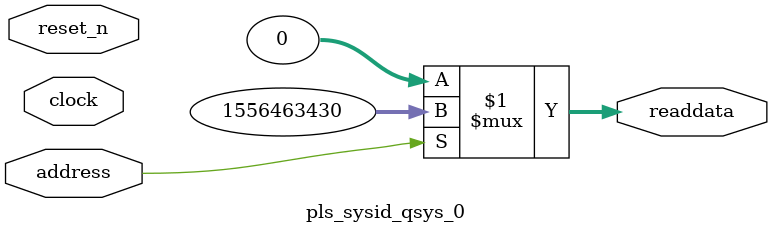
<source format=v>



// synthesis translate_off
`timescale 1ns / 1ps
// synthesis translate_on

// turn off superfluous verilog processor warnings 
// altera message_level Level1 
// altera message_off 10034 10035 10036 10037 10230 10240 10030 

module pls_sysid_qsys_0 (
               // inputs:
                address,
                clock,
                reset_n,

               // outputs:
                readdata
             )
;

  output  [ 31: 0] readdata;
  input            address;
  input            clock;
  input            reset_n;

  wire    [ 31: 0] readdata;
  //control_slave, which is an e_avalon_slave
  assign readdata = address ? 1556463430 : 0;

endmodule



</source>
